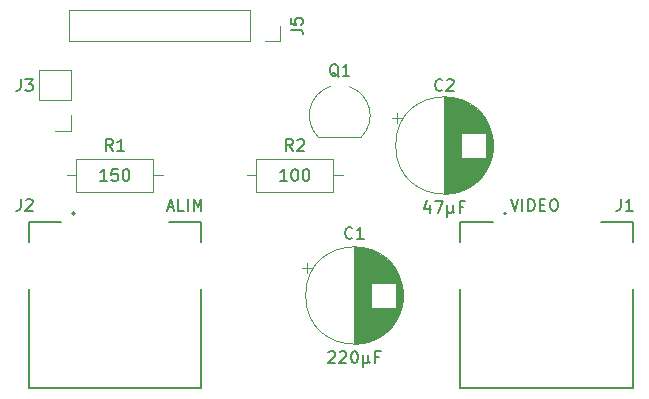
<source format=gbr>
%TF.GenerationSoftware,KiCad,Pcbnew,(6.0.8-1)-1*%
%TF.CreationDate,2022-12-02T23:57:05+01:00*%
%TF.ProjectId,AV_MOD_FAMICOM,41565f4d-4f44-45f4-9641-4d49434f4d2e,rev?*%
%TF.SameCoordinates,Original*%
%TF.FileFunction,Legend,Top*%
%TF.FilePolarity,Positive*%
%FSLAX46Y46*%
G04 Gerber Fmt 4.6, Leading zero omitted, Abs format (unit mm)*
G04 Created by KiCad (PCBNEW (6.0.8-1)-1) date 2022-12-02 23:57:05*
%MOMM*%
%LPD*%
G01*
G04 APERTURE LIST*
%ADD10C,0.150000*%
%ADD11C,0.120000*%
%ADD12C,0.200000*%
G04 APERTURE END LIST*
D10*
X181010119Y-53506666D02*
X181486309Y-53506666D01*
X180914880Y-53792380D02*
X181248214Y-52792380D01*
X181581547Y-53792380D01*
X182391071Y-53792380D02*
X181914880Y-53792380D01*
X181914880Y-52792380D01*
X182724404Y-53792380D02*
X182724404Y-52792380D01*
X183200595Y-53792380D02*
X183200595Y-52792380D01*
X183533928Y-53506666D01*
X183867261Y-52792380D01*
X183867261Y-53792380D01*
X210042380Y-52792380D02*
X210375714Y-53792380D01*
X210709047Y-52792380D01*
X211042380Y-53792380D02*
X211042380Y-52792380D01*
X211518571Y-53792380D02*
X211518571Y-52792380D01*
X211756666Y-52792380D01*
X211899523Y-52840000D01*
X211994761Y-52935238D01*
X212042380Y-53030476D01*
X212090000Y-53220952D01*
X212090000Y-53363809D01*
X212042380Y-53554285D01*
X211994761Y-53649523D01*
X211899523Y-53744761D01*
X211756666Y-53792380D01*
X211518571Y-53792380D01*
X212518571Y-53268571D02*
X212851904Y-53268571D01*
X212994761Y-53792380D02*
X212518571Y-53792380D01*
X212518571Y-52792380D01*
X212994761Y-52792380D01*
X213613809Y-52792380D02*
X213804285Y-52792380D01*
X213899523Y-52840000D01*
X213994761Y-52935238D01*
X214042380Y-53125714D01*
X214042380Y-53459047D01*
X213994761Y-53649523D01*
X213899523Y-53744761D01*
X213804285Y-53792380D01*
X213613809Y-53792380D01*
X213518571Y-53744761D01*
X213423333Y-53649523D01*
X213375714Y-53459047D01*
X213375714Y-53125714D01*
X213423333Y-52935238D01*
X213518571Y-52840000D01*
X213613809Y-52792380D01*
%TO.C,Q1*%
X195484761Y-42467619D02*
X195389523Y-42420000D01*
X195294285Y-42324761D01*
X195151428Y-42181904D01*
X195056190Y-42134285D01*
X194960952Y-42134285D01*
X195008571Y-42372380D02*
X194913333Y-42324761D01*
X194818095Y-42229523D01*
X194770476Y-42039047D01*
X194770476Y-41705714D01*
X194818095Y-41515238D01*
X194913333Y-41420000D01*
X195008571Y-41372380D01*
X195199047Y-41372380D01*
X195294285Y-41420000D01*
X195389523Y-41515238D01*
X195437142Y-41705714D01*
X195437142Y-42039047D01*
X195389523Y-42229523D01*
X195294285Y-42324761D01*
X195199047Y-42372380D01*
X195008571Y-42372380D01*
X196389523Y-42372380D02*
X195818095Y-42372380D01*
X196103809Y-42372380D02*
X196103809Y-41372380D01*
X196008571Y-41515238D01*
X195913333Y-41610476D01*
X195818095Y-41658095D01*
%TO.C,J2*%
X168576666Y-52792380D02*
X168576666Y-53506666D01*
X168529047Y-53649523D01*
X168433809Y-53744761D01*
X168290952Y-53792380D01*
X168195714Y-53792380D01*
X169005238Y-52887619D02*
X169052857Y-52840000D01*
X169148095Y-52792380D01*
X169386190Y-52792380D01*
X169481428Y-52840000D01*
X169529047Y-52887619D01*
X169576666Y-52982857D01*
X169576666Y-53078095D01*
X169529047Y-53220952D01*
X168957619Y-53792380D01*
X169576666Y-53792380D01*
%TO.C,J3*%
X168576666Y-42632380D02*
X168576666Y-43346666D01*
X168529047Y-43489523D01*
X168433809Y-43584761D01*
X168290952Y-43632380D01*
X168195714Y-43632380D01*
X168957619Y-42632380D02*
X169576666Y-42632380D01*
X169243333Y-43013333D01*
X169386190Y-43013333D01*
X169481428Y-43060952D01*
X169529047Y-43108571D01*
X169576666Y-43203809D01*
X169576666Y-43441904D01*
X169529047Y-43537142D01*
X169481428Y-43584761D01*
X169386190Y-43632380D01*
X169100476Y-43632380D01*
X169005238Y-43584761D01*
X168957619Y-43537142D01*
%TO.C,C2*%
X203191904Y-53295714D02*
X203191904Y-53962380D01*
X202953809Y-52914761D02*
X202715714Y-53629047D01*
X203334761Y-53629047D01*
X203620476Y-52962380D02*
X204287142Y-52962380D01*
X203858571Y-53962380D01*
X204668095Y-53295714D02*
X204668095Y-54295714D01*
X205144285Y-53819523D02*
X205191904Y-53914761D01*
X205287142Y-53962380D01*
X204668095Y-53819523D02*
X204715714Y-53914761D01*
X204810952Y-53962380D01*
X205001428Y-53962380D01*
X205096666Y-53914761D01*
X205144285Y-53819523D01*
X205144285Y-53295714D01*
X206049047Y-53438571D02*
X205715714Y-53438571D01*
X205715714Y-53962380D02*
X205715714Y-52962380D01*
X206191904Y-52962380D01*
X204263333Y-43537142D02*
X204215714Y-43584761D01*
X204072857Y-43632380D01*
X203977619Y-43632380D01*
X203834761Y-43584761D01*
X203739523Y-43489523D01*
X203691904Y-43394285D01*
X203644285Y-43203809D01*
X203644285Y-43060952D01*
X203691904Y-42870476D01*
X203739523Y-42775238D01*
X203834761Y-42680000D01*
X203977619Y-42632380D01*
X204072857Y-42632380D01*
X204215714Y-42680000D01*
X204263333Y-42727619D01*
X204644285Y-42727619D02*
X204691904Y-42680000D01*
X204787142Y-42632380D01*
X205025238Y-42632380D01*
X205120476Y-42680000D01*
X205168095Y-42727619D01*
X205215714Y-42822857D01*
X205215714Y-42918095D01*
X205168095Y-43060952D01*
X204596666Y-43632380D01*
X205215714Y-43632380D01*
%TO.C,J1*%
X219376666Y-52792380D02*
X219376666Y-53506666D01*
X219329047Y-53649523D01*
X219233809Y-53744761D01*
X219090952Y-53792380D01*
X218995714Y-53792380D01*
X220376666Y-53792380D02*
X219805238Y-53792380D01*
X220090952Y-53792380D02*
X220090952Y-52792380D01*
X219995714Y-52935238D01*
X219900476Y-53030476D01*
X219805238Y-53078095D01*
%TO.C,R2*%
X191103333Y-51252380D02*
X190531904Y-51252380D01*
X190817619Y-51252380D02*
X190817619Y-50252380D01*
X190722380Y-50395238D01*
X190627142Y-50490476D01*
X190531904Y-50538095D01*
X191722380Y-50252380D02*
X191817619Y-50252380D01*
X191912857Y-50300000D01*
X191960476Y-50347619D01*
X192008095Y-50442857D01*
X192055714Y-50633333D01*
X192055714Y-50871428D01*
X192008095Y-51061904D01*
X191960476Y-51157142D01*
X191912857Y-51204761D01*
X191817619Y-51252380D01*
X191722380Y-51252380D01*
X191627142Y-51204761D01*
X191579523Y-51157142D01*
X191531904Y-51061904D01*
X191484285Y-50871428D01*
X191484285Y-50633333D01*
X191531904Y-50442857D01*
X191579523Y-50347619D01*
X191627142Y-50300000D01*
X191722380Y-50252380D01*
X192674761Y-50252380D02*
X192770000Y-50252380D01*
X192865238Y-50300000D01*
X192912857Y-50347619D01*
X192960476Y-50442857D01*
X193008095Y-50633333D01*
X193008095Y-50871428D01*
X192960476Y-51061904D01*
X192912857Y-51157142D01*
X192865238Y-51204761D01*
X192770000Y-51252380D01*
X192674761Y-51252380D01*
X192579523Y-51204761D01*
X192531904Y-51157142D01*
X192484285Y-51061904D01*
X192436666Y-50871428D01*
X192436666Y-50633333D01*
X192484285Y-50442857D01*
X192531904Y-50347619D01*
X192579523Y-50300000D01*
X192674761Y-50252380D01*
X191603333Y-48712380D02*
X191270000Y-48236190D01*
X191031904Y-48712380D02*
X191031904Y-47712380D01*
X191412857Y-47712380D01*
X191508095Y-47760000D01*
X191555714Y-47807619D01*
X191603333Y-47902857D01*
X191603333Y-48045714D01*
X191555714Y-48140952D01*
X191508095Y-48188571D01*
X191412857Y-48236190D01*
X191031904Y-48236190D01*
X191984285Y-47807619D02*
X192031904Y-47760000D01*
X192127142Y-47712380D01*
X192365238Y-47712380D01*
X192460476Y-47760000D01*
X192508095Y-47807619D01*
X192555714Y-47902857D01*
X192555714Y-47998095D01*
X192508095Y-48140952D01*
X191936666Y-48712380D01*
X192555714Y-48712380D01*
%TO.C,C1*%
X196643333Y-56067142D02*
X196595714Y-56114761D01*
X196452857Y-56162380D01*
X196357619Y-56162380D01*
X196214761Y-56114761D01*
X196119523Y-56019523D01*
X196071904Y-55924285D01*
X196024285Y-55733809D01*
X196024285Y-55590952D01*
X196071904Y-55400476D01*
X196119523Y-55305238D01*
X196214761Y-55210000D01*
X196357619Y-55162380D01*
X196452857Y-55162380D01*
X196595714Y-55210000D01*
X196643333Y-55257619D01*
X197595714Y-56162380D02*
X197024285Y-56162380D01*
X197310000Y-56162380D02*
X197310000Y-55162380D01*
X197214761Y-55305238D01*
X197119523Y-55400476D01*
X197024285Y-55448095D01*
X194619523Y-65757619D02*
X194667142Y-65710000D01*
X194762380Y-65662380D01*
X195000476Y-65662380D01*
X195095714Y-65710000D01*
X195143333Y-65757619D01*
X195190952Y-65852857D01*
X195190952Y-65948095D01*
X195143333Y-66090952D01*
X194571904Y-66662380D01*
X195190952Y-66662380D01*
X195571904Y-65757619D02*
X195619523Y-65710000D01*
X195714761Y-65662380D01*
X195952857Y-65662380D01*
X196048095Y-65710000D01*
X196095714Y-65757619D01*
X196143333Y-65852857D01*
X196143333Y-65948095D01*
X196095714Y-66090952D01*
X195524285Y-66662380D01*
X196143333Y-66662380D01*
X196762380Y-65662380D02*
X196857619Y-65662380D01*
X196952857Y-65710000D01*
X197000476Y-65757619D01*
X197048095Y-65852857D01*
X197095714Y-66043333D01*
X197095714Y-66281428D01*
X197048095Y-66471904D01*
X197000476Y-66567142D01*
X196952857Y-66614761D01*
X196857619Y-66662380D01*
X196762380Y-66662380D01*
X196667142Y-66614761D01*
X196619523Y-66567142D01*
X196571904Y-66471904D01*
X196524285Y-66281428D01*
X196524285Y-66043333D01*
X196571904Y-65852857D01*
X196619523Y-65757619D01*
X196667142Y-65710000D01*
X196762380Y-65662380D01*
X197524285Y-65995714D02*
X197524285Y-66995714D01*
X198000476Y-66519523D02*
X198048095Y-66614761D01*
X198143333Y-66662380D01*
X197524285Y-66519523D02*
X197571904Y-66614761D01*
X197667142Y-66662380D01*
X197857619Y-66662380D01*
X197952857Y-66614761D01*
X198000476Y-66519523D01*
X198000476Y-65995714D01*
X198905238Y-66138571D02*
X198571904Y-66138571D01*
X198571904Y-66662380D02*
X198571904Y-65662380D01*
X199048095Y-65662380D01*
%TO.C,R1*%
X175863333Y-51252380D02*
X175291904Y-51252380D01*
X175577619Y-51252380D02*
X175577619Y-50252380D01*
X175482380Y-50395238D01*
X175387142Y-50490476D01*
X175291904Y-50538095D01*
X176768095Y-50252380D02*
X176291904Y-50252380D01*
X176244285Y-50728571D01*
X176291904Y-50680952D01*
X176387142Y-50633333D01*
X176625238Y-50633333D01*
X176720476Y-50680952D01*
X176768095Y-50728571D01*
X176815714Y-50823809D01*
X176815714Y-51061904D01*
X176768095Y-51157142D01*
X176720476Y-51204761D01*
X176625238Y-51252380D01*
X176387142Y-51252380D01*
X176291904Y-51204761D01*
X176244285Y-51157142D01*
X177434761Y-50252380D02*
X177530000Y-50252380D01*
X177625238Y-50300000D01*
X177672857Y-50347619D01*
X177720476Y-50442857D01*
X177768095Y-50633333D01*
X177768095Y-50871428D01*
X177720476Y-51061904D01*
X177672857Y-51157142D01*
X177625238Y-51204761D01*
X177530000Y-51252380D01*
X177434761Y-51252380D01*
X177339523Y-51204761D01*
X177291904Y-51157142D01*
X177244285Y-51061904D01*
X177196666Y-50871428D01*
X177196666Y-50633333D01*
X177244285Y-50442857D01*
X177291904Y-50347619D01*
X177339523Y-50300000D01*
X177434761Y-50252380D01*
X176363333Y-48712380D02*
X176030000Y-48236190D01*
X175791904Y-48712380D02*
X175791904Y-47712380D01*
X176172857Y-47712380D01*
X176268095Y-47760000D01*
X176315714Y-47807619D01*
X176363333Y-47902857D01*
X176363333Y-48045714D01*
X176315714Y-48140952D01*
X176268095Y-48188571D01*
X176172857Y-48236190D01*
X175791904Y-48236190D01*
X177315714Y-48712380D02*
X176744285Y-48712380D01*
X177030000Y-48712380D02*
X177030000Y-47712380D01*
X176934761Y-47855238D01*
X176839523Y-47950476D01*
X176744285Y-47998095D01*
%TO.C,J5*%
X191432380Y-38458333D02*
X192146666Y-38458333D01*
X192289523Y-38505952D01*
X192384761Y-38601190D01*
X192432380Y-38744047D01*
X192432380Y-38839285D01*
X191432380Y-37505952D02*
X191432380Y-37982142D01*
X191908571Y-38029761D01*
X191860952Y-37982142D01*
X191813333Y-37886904D01*
X191813333Y-37648809D01*
X191860952Y-37553571D01*
X191908571Y-37505952D01*
X192003809Y-37458333D01*
X192241904Y-37458333D01*
X192337142Y-37505952D01*
X192384761Y-37553571D01*
X192432380Y-37648809D01*
X192432380Y-37886904D01*
X192384761Y-37982142D01*
X192337142Y-38029761D01*
D11*
%TO.C,Q1*%
X193780000Y-47570000D02*
X197380000Y-47570000D01*
X197388445Y-47547684D02*
G75*
G03*
X196360000Y-43270000I-1808445J1827684D01*
G01*
X194760000Y-43270000D02*
G75*
G03*
X193768547Y-47562156I820000J-2450000D01*
G01*
D12*
%TO.C,J2*%
X181095000Y-54720000D02*
X183830000Y-54720000D01*
X183830000Y-60430000D02*
X183830000Y-68820000D01*
X169230000Y-56410000D02*
X169230000Y-54720000D01*
X183830000Y-68820000D02*
X169230000Y-68820000D01*
X169230000Y-68820000D02*
X169230000Y-60430000D01*
X169230000Y-54720000D02*
X171965000Y-54720000D01*
X183830000Y-54720000D02*
X183830000Y-56410000D01*
X173130000Y-54020000D02*
G75*
G03*
X173130000Y-54020000I-100000J0D01*
G01*
D11*
%TO.C,J3*%
X172780000Y-47050000D02*
X171450000Y-47050000D01*
X170120000Y-44450000D02*
X170120000Y-41850000D01*
X172780000Y-44450000D02*
X170120000Y-44450000D01*
X172780000Y-45720000D02*
X172780000Y-47050000D01*
X172780000Y-41850000D02*
X170120000Y-41850000D01*
X172780000Y-44450000D02*
X172780000Y-41850000D01*
%TO.C,C2*%
X207311000Y-49300000D02*
X207311000Y-51167000D01*
X207151000Y-45205000D02*
X207151000Y-47220000D01*
X206231000Y-49300000D02*
X206231000Y-51926000D01*
X205391000Y-44293000D02*
X205391000Y-52227000D01*
X206351000Y-44654000D02*
X206351000Y-47220000D01*
X205351000Y-44284000D02*
X205351000Y-52236000D01*
X207871000Y-46032000D02*
X207871000Y-47220000D01*
X206071000Y-44520000D02*
X206071000Y-47220000D01*
X204630000Y-44184000D02*
X204630000Y-52336000D01*
X204710000Y-44189000D02*
X204710000Y-52331000D01*
X208271000Y-46807000D02*
X208271000Y-49713000D01*
X205951000Y-44470000D02*
X205951000Y-47220000D01*
X205951000Y-49300000D02*
X205951000Y-52050000D01*
X206391000Y-44676000D02*
X206391000Y-47220000D01*
X205151000Y-44243000D02*
X205151000Y-52277000D01*
X206311000Y-44633000D02*
X206311000Y-47220000D01*
X207711000Y-45806000D02*
X207711000Y-47220000D01*
X206951000Y-45040000D02*
X206951000Y-47220000D01*
X206391000Y-49300000D02*
X206391000Y-51844000D01*
X206951000Y-49300000D02*
X206951000Y-51480000D01*
X206111000Y-44538000D02*
X206111000Y-47220000D01*
X208311000Y-46914000D02*
X208311000Y-49606000D01*
X207831000Y-45973000D02*
X207831000Y-47220000D01*
X206751000Y-49300000D02*
X206751000Y-51625000D01*
X207951000Y-46158000D02*
X207951000Y-47220000D01*
X205711000Y-44383000D02*
X205711000Y-52137000D01*
X208391000Y-47162000D02*
X208391000Y-49358000D01*
X207351000Y-45393000D02*
X207351000Y-47220000D01*
X206031000Y-44503000D02*
X206031000Y-47220000D01*
X208471000Y-47492000D02*
X208471000Y-49028000D01*
X206231000Y-44594000D02*
X206231000Y-47220000D01*
X205110000Y-44236000D02*
X205110000Y-52284000D01*
X207071000Y-49300000D02*
X207071000Y-51384000D01*
X207191000Y-45241000D02*
X207191000Y-47220000D01*
X206191000Y-49300000D02*
X206191000Y-51946000D01*
X206911000Y-49300000D02*
X206911000Y-51510000D01*
X204990000Y-44218000D02*
X204990000Y-52302000D01*
X207591000Y-45656000D02*
X207591000Y-47220000D01*
X206871000Y-49300000D02*
X206871000Y-51540000D01*
X207711000Y-49300000D02*
X207711000Y-50714000D01*
X206071000Y-49300000D02*
X206071000Y-52000000D01*
X207351000Y-49300000D02*
X207351000Y-51127000D01*
X207471000Y-45519000D02*
X207471000Y-47220000D01*
X205191000Y-44250000D02*
X205191000Y-52270000D01*
X206871000Y-44980000D02*
X206871000Y-47220000D01*
X206431000Y-49300000D02*
X206431000Y-51822000D01*
X207391000Y-45434000D02*
X207391000Y-47220000D01*
X205551000Y-44335000D02*
X205551000Y-52185000D01*
X206551000Y-49300000D02*
X206551000Y-51753000D01*
X206471000Y-49300000D02*
X206471000Y-51800000D01*
X206191000Y-44574000D02*
X206191000Y-47220000D01*
X208071000Y-46370000D02*
X208071000Y-50150000D01*
X205271000Y-44266000D02*
X205271000Y-52254000D01*
X208031000Y-46296000D02*
X208031000Y-50224000D01*
X205311000Y-44275000D02*
X205311000Y-52245000D01*
X207791000Y-49300000D02*
X207791000Y-50605000D01*
X207751000Y-45860000D02*
X207751000Y-47220000D01*
X207671000Y-49300000D02*
X207671000Y-50765000D01*
X205791000Y-44410000D02*
X205791000Y-52110000D01*
X205911000Y-49300000D02*
X205911000Y-52065000D01*
X206351000Y-49300000D02*
X206351000Y-51866000D01*
X205671000Y-44371000D02*
X205671000Y-52149000D01*
X206431000Y-44698000D02*
X206431000Y-47220000D01*
X206831000Y-44951000D02*
X206831000Y-47220000D01*
X205591000Y-44346000D02*
X205591000Y-52174000D01*
X204830000Y-44199000D02*
X204830000Y-52321000D01*
X208111000Y-46447000D02*
X208111000Y-50073000D01*
X206151000Y-49300000D02*
X206151000Y-51964000D01*
X205831000Y-44425000D02*
X205831000Y-52095000D01*
X207551000Y-45609000D02*
X207551000Y-47220000D01*
X200020302Y-45945000D02*
X200820302Y-45945000D01*
X206551000Y-44767000D02*
X206551000Y-47220000D01*
X207231000Y-45277000D02*
X207231000Y-47220000D01*
X205030000Y-44223000D02*
X205030000Y-52297000D01*
X205231000Y-44258000D02*
X205231000Y-52262000D01*
X204590000Y-44183000D02*
X204590000Y-52337000D01*
X207911000Y-46094000D02*
X207911000Y-47220000D01*
X207991000Y-46226000D02*
X207991000Y-50294000D01*
X206631000Y-44816000D02*
X206631000Y-47220000D01*
X206591000Y-44791000D02*
X206591000Y-47220000D01*
X206591000Y-49300000D02*
X206591000Y-51729000D01*
X204550000Y-44181000D02*
X204550000Y-52339000D01*
X204950000Y-44212000D02*
X204950000Y-52308000D01*
X205631000Y-44358000D02*
X205631000Y-52162000D01*
X206711000Y-44868000D02*
X206711000Y-47220000D01*
X207431000Y-45476000D02*
X207431000Y-47220000D01*
X207591000Y-49300000D02*
X207591000Y-50864000D01*
X206671000Y-44842000D02*
X206671000Y-47220000D01*
X207471000Y-49300000D02*
X207471000Y-51001000D01*
X205871000Y-44439000D02*
X205871000Y-52081000D01*
X204670000Y-44186000D02*
X204670000Y-52334000D01*
X207911000Y-49300000D02*
X207911000Y-50426000D01*
X205991000Y-44486000D02*
X205991000Y-47220000D01*
X206991000Y-45071000D02*
X206991000Y-47220000D01*
X207511000Y-45563000D02*
X207511000Y-47220000D01*
X204750000Y-44192000D02*
X204750000Y-52328000D01*
X208191000Y-46615000D02*
X208191000Y-49905000D01*
X206271000Y-44613000D02*
X206271000Y-47220000D01*
X206831000Y-49300000D02*
X206831000Y-51569000D01*
X207111000Y-49300000D02*
X207111000Y-51350000D01*
X206631000Y-49300000D02*
X206631000Y-51704000D01*
X207871000Y-49300000D02*
X207871000Y-50488000D01*
X206791000Y-44922000D02*
X206791000Y-47220000D01*
X205511000Y-44324000D02*
X205511000Y-52196000D01*
X204510000Y-44180000D02*
X204510000Y-52340000D01*
X205751000Y-44397000D02*
X205751000Y-52123000D01*
X206111000Y-49300000D02*
X206111000Y-51982000D01*
X206511000Y-44743000D02*
X206511000Y-47220000D01*
X208511000Y-47727000D02*
X208511000Y-48793000D01*
X204430000Y-44180000D02*
X204430000Y-52340000D01*
X207951000Y-49300000D02*
X207951000Y-50362000D01*
X207231000Y-49300000D02*
X207231000Y-51243000D01*
X206471000Y-44720000D02*
X206471000Y-47220000D01*
X204470000Y-44180000D02*
X204470000Y-52340000D01*
X207551000Y-49300000D02*
X207551000Y-50911000D01*
X206031000Y-49300000D02*
X206031000Y-52017000D01*
X207671000Y-45755000D02*
X207671000Y-47220000D01*
X207511000Y-49300000D02*
X207511000Y-50957000D01*
X207631000Y-45704000D02*
X207631000Y-47220000D01*
X206511000Y-49300000D02*
X206511000Y-51777000D01*
X207071000Y-45136000D02*
X207071000Y-47220000D01*
X206151000Y-44556000D02*
X206151000Y-47220000D01*
X208151000Y-46529000D02*
X208151000Y-49991000D01*
X206751000Y-44895000D02*
X206751000Y-47220000D01*
X200420302Y-45545000D02*
X200420302Y-46345000D01*
X205991000Y-49300000D02*
X205991000Y-52034000D01*
X207631000Y-49300000D02*
X207631000Y-50816000D01*
X205431000Y-44303000D02*
X205431000Y-52217000D01*
X208351000Y-47031000D02*
X208351000Y-49489000D01*
X206911000Y-45010000D02*
X206911000Y-47220000D01*
X207271000Y-49300000D02*
X207271000Y-51205000D01*
X207271000Y-45315000D02*
X207271000Y-47220000D01*
X205471000Y-44313000D02*
X205471000Y-52207000D01*
X206791000Y-49300000D02*
X206791000Y-51598000D01*
X205911000Y-44455000D02*
X205911000Y-47220000D01*
X206671000Y-49300000D02*
X206671000Y-51678000D01*
X206311000Y-49300000D02*
X206311000Y-51887000D01*
X207831000Y-49300000D02*
X207831000Y-50547000D01*
X207151000Y-49300000D02*
X207151000Y-51315000D01*
X204870000Y-44203000D02*
X204870000Y-52317000D01*
X207431000Y-49300000D02*
X207431000Y-51044000D01*
X206271000Y-49300000D02*
X206271000Y-51907000D01*
X205070000Y-44230000D02*
X205070000Y-52290000D01*
X204790000Y-44195000D02*
X204790000Y-52325000D01*
X207311000Y-45353000D02*
X207311000Y-47220000D01*
X204910000Y-44208000D02*
X204910000Y-52312000D01*
X207191000Y-49300000D02*
X207191000Y-51279000D01*
X208431000Y-47312000D02*
X208431000Y-49208000D01*
X206991000Y-49300000D02*
X206991000Y-51449000D01*
X206711000Y-49300000D02*
X206711000Y-51652000D01*
X207391000Y-49300000D02*
X207391000Y-51086000D01*
X207111000Y-45170000D02*
X207111000Y-47220000D01*
X207791000Y-45915000D02*
X207791000Y-47220000D01*
X207031000Y-49300000D02*
X207031000Y-51416000D01*
X208231000Y-46708000D02*
X208231000Y-49812000D01*
X207031000Y-45104000D02*
X207031000Y-47220000D01*
X207751000Y-49300000D02*
X207751000Y-50660000D01*
X208550000Y-48260000D02*
G75*
G03*
X208550000Y-48260000I-4120000J0D01*
G01*
D12*
%TO.C,J1*%
X217655000Y-54720000D02*
X220390000Y-54720000D01*
X220390000Y-54720000D02*
X220390000Y-56410000D01*
X220390000Y-60430000D02*
X220390000Y-68820000D01*
X205790000Y-68820000D02*
X205790000Y-60430000D01*
X205790000Y-56410000D02*
X205790000Y-54720000D01*
X220390000Y-68820000D02*
X205790000Y-68820000D01*
X205790000Y-54720000D02*
X208525000Y-54720000D01*
X209690000Y-54020000D02*
G75*
G03*
X209690000Y-54020000I-100000J0D01*
G01*
D11*
%TO.C,R2*%
X195040000Y-49430000D02*
X188500000Y-49430000D01*
X195810000Y-50800000D02*
X195040000Y-50800000D01*
X188500000Y-49430000D02*
X188500000Y-52170000D01*
X187730000Y-50800000D02*
X188500000Y-50800000D01*
X188500000Y-52170000D02*
X195040000Y-52170000D01*
X195040000Y-52170000D02*
X195040000Y-49430000D01*
%TO.C,C1*%
X200291000Y-58794000D02*
X200291000Y-59920000D01*
X198731000Y-62000000D02*
X198731000Y-64566000D01*
X198691000Y-62000000D02*
X198691000Y-64587000D01*
X200731000Y-59731000D02*
X200731000Y-62189000D01*
X199371000Y-57771000D02*
X199371000Y-59920000D01*
X197891000Y-57024000D02*
X197891000Y-64896000D01*
X197731000Y-56984000D02*
X197731000Y-64936000D01*
X197010000Y-56884000D02*
X197010000Y-65036000D01*
X199651000Y-62000000D02*
X199651000Y-63905000D01*
X200811000Y-60012000D02*
X200811000Y-61908000D01*
X200251000Y-62000000D02*
X200251000Y-63188000D01*
X200851000Y-60192000D02*
X200851000Y-61728000D01*
X200451000Y-59070000D02*
X200451000Y-62850000D01*
X197410000Y-56923000D02*
X197410000Y-64997000D01*
X200091000Y-58506000D02*
X200091000Y-59920000D01*
X198331000Y-57170000D02*
X198331000Y-59920000D01*
X199051000Y-62000000D02*
X199051000Y-64378000D01*
X197210000Y-56899000D02*
X197210000Y-65021000D01*
X196970000Y-56883000D02*
X196970000Y-65037000D01*
X199931000Y-62000000D02*
X199931000Y-63611000D01*
X200211000Y-58673000D02*
X200211000Y-59920000D01*
X200891000Y-60427000D02*
X200891000Y-61493000D01*
X199531000Y-62000000D02*
X199531000Y-64015000D01*
X200251000Y-58732000D02*
X200251000Y-59920000D01*
X199691000Y-62000000D02*
X199691000Y-63867000D01*
X192800302Y-58245000D02*
X192800302Y-59045000D01*
X199051000Y-57542000D02*
X199051000Y-59920000D01*
X200051000Y-58455000D02*
X200051000Y-59920000D01*
X199451000Y-62000000D02*
X199451000Y-64084000D01*
X199611000Y-62000000D02*
X199611000Y-63943000D01*
X198051000Y-57071000D02*
X198051000Y-64849000D01*
X199851000Y-58219000D02*
X199851000Y-59920000D01*
X199331000Y-62000000D02*
X199331000Y-64180000D01*
X199131000Y-62000000D02*
X199131000Y-64325000D01*
X198571000Y-57274000D02*
X198571000Y-59920000D01*
X200131000Y-62000000D02*
X200131000Y-63360000D01*
X198451000Y-62000000D02*
X198451000Y-64700000D01*
X200531000Y-59229000D02*
X200531000Y-62691000D01*
X199011000Y-57516000D02*
X199011000Y-59920000D01*
X197851000Y-57013000D02*
X197851000Y-64907000D01*
X199651000Y-58015000D02*
X199651000Y-59920000D01*
X198571000Y-62000000D02*
X198571000Y-64646000D01*
X197490000Y-56936000D02*
X197490000Y-64984000D01*
X197090000Y-56889000D02*
X197090000Y-65031000D01*
X198531000Y-57256000D02*
X198531000Y-59920000D01*
X197691000Y-56975000D02*
X197691000Y-64945000D01*
X199251000Y-57680000D02*
X199251000Y-59920000D01*
X199971000Y-62000000D02*
X199971000Y-63564000D01*
X200411000Y-58996000D02*
X200411000Y-62924000D01*
X198491000Y-62000000D02*
X198491000Y-64682000D01*
X199571000Y-57941000D02*
X199571000Y-59920000D01*
X199731000Y-62000000D02*
X199731000Y-63827000D01*
X198411000Y-57203000D02*
X198411000Y-59920000D01*
X196810000Y-56880000D02*
X196810000Y-65040000D01*
X197290000Y-56908000D02*
X197290000Y-65012000D01*
X197170000Y-56895000D02*
X197170000Y-65025000D01*
X200371000Y-58926000D02*
X200371000Y-62994000D01*
X198891000Y-57443000D02*
X198891000Y-59920000D01*
X198331000Y-62000000D02*
X198331000Y-64750000D01*
X197811000Y-57003000D02*
X197811000Y-64917000D01*
X199491000Y-57870000D02*
X199491000Y-59920000D01*
X197651000Y-56966000D02*
X197651000Y-64954000D01*
X199251000Y-62000000D02*
X199251000Y-64240000D01*
X198851000Y-57420000D02*
X198851000Y-59920000D01*
X199531000Y-57905000D02*
X199531000Y-59920000D01*
X199211000Y-62000000D02*
X199211000Y-64269000D01*
X200171000Y-62000000D02*
X200171000Y-63305000D01*
X199771000Y-58134000D02*
X199771000Y-59920000D01*
X198291000Y-57155000D02*
X198291000Y-59920000D01*
X199091000Y-57568000D02*
X199091000Y-59920000D01*
X200571000Y-59315000D02*
X200571000Y-62605000D01*
X197330000Y-56912000D02*
X197330000Y-65008000D01*
X197611000Y-56958000D02*
X197611000Y-64962000D01*
X198131000Y-57097000D02*
X198131000Y-64823000D01*
X199291000Y-62000000D02*
X199291000Y-64210000D01*
X196930000Y-56881000D02*
X196930000Y-65039000D01*
X199811000Y-58176000D02*
X199811000Y-59920000D01*
X197531000Y-56943000D02*
X197531000Y-64977000D01*
X192400302Y-58645000D02*
X193200302Y-58645000D01*
X199171000Y-57622000D02*
X199171000Y-59920000D01*
X198811000Y-62000000D02*
X198811000Y-64522000D01*
X198531000Y-62000000D02*
X198531000Y-64664000D01*
X198611000Y-57294000D02*
X198611000Y-59920000D01*
X197971000Y-57046000D02*
X197971000Y-64874000D01*
X199971000Y-58356000D02*
X199971000Y-59920000D01*
X198931000Y-62000000D02*
X198931000Y-64453000D01*
X197571000Y-56950000D02*
X197571000Y-64970000D01*
X199811000Y-62000000D02*
X199811000Y-63744000D01*
X200011000Y-62000000D02*
X200011000Y-63516000D01*
X198731000Y-57354000D02*
X198731000Y-59920000D01*
X198771000Y-62000000D02*
X198771000Y-64544000D01*
X199331000Y-57740000D02*
X199331000Y-59920000D01*
X198651000Y-62000000D02*
X198651000Y-64607000D01*
X199291000Y-57710000D02*
X199291000Y-59920000D01*
X198091000Y-57083000D02*
X198091000Y-64837000D01*
X199091000Y-62000000D02*
X199091000Y-64352000D01*
X200051000Y-62000000D02*
X200051000Y-63465000D01*
X199171000Y-62000000D02*
X199171000Y-64298000D01*
X200291000Y-62000000D02*
X200291000Y-63126000D01*
X200691000Y-59614000D02*
X200691000Y-62306000D01*
X200091000Y-62000000D02*
X200091000Y-63414000D01*
X199931000Y-58309000D02*
X199931000Y-59920000D01*
X200771000Y-59862000D02*
X200771000Y-62058000D01*
X198891000Y-62000000D02*
X198891000Y-64477000D01*
X199691000Y-58053000D02*
X199691000Y-59920000D01*
X200011000Y-58404000D02*
X200011000Y-59920000D01*
X197370000Y-56918000D02*
X197370000Y-65002000D01*
X197771000Y-56993000D02*
X197771000Y-64927000D01*
X198971000Y-57491000D02*
X198971000Y-59920000D01*
X198251000Y-57139000D02*
X198251000Y-64781000D01*
X196890000Y-56880000D02*
X196890000Y-65040000D01*
X197250000Y-56903000D02*
X197250000Y-65017000D01*
X199611000Y-57977000D02*
X199611000Y-59920000D01*
X200651000Y-59507000D02*
X200651000Y-62413000D01*
X199891000Y-58263000D02*
X199891000Y-59920000D01*
X199131000Y-57595000D02*
X199131000Y-59920000D01*
X198211000Y-57125000D02*
X198211000Y-64795000D01*
X197931000Y-57035000D02*
X197931000Y-64885000D01*
X199411000Y-57804000D02*
X199411000Y-59920000D01*
X199011000Y-62000000D02*
X199011000Y-64404000D01*
X200611000Y-59408000D02*
X200611000Y-62512000D01*
X199451000Y-57836000D02*
X199451000Y-59920000D01*
X198691000Y-57333000D02*
X198691000Y-59920000D01*
X198811000Y-57398000D02*
X198811000Y-59920000D01*
X198011000Y-57058000D02*
X198011000Y-64862000D01*
X198931000Y-57467000D02*
X198931000Y-59920000D01*
X198491000Y-57238000D02*
X198491000Y-59920000D01*
X198451000Y-57220000D02*
X198451000Y-59920000D01*
X199731000Y-58093000D02*
X199731000Y-59920000D01*
X198171000Y-57110000D02*
X198171000Y-64810000D01*
X197450000Y-56930000D02*
X197450000Y-64990000D01*
X199491000Y-62000000D02*
X199491000Y-64050000D01*
X198371000Y-57186000D02*
X198371000Y-59920000D01*
X199891000Y-62000000D02*
X199891000Y-63657000D01*
X200331000Y-58858000D02*
X200331000Y-59920000D01*
X197050000Y-56886000D02*
X197050000Y-65034000D01*
X200131000Y-58560000D02*
X200131000Y-59920000D01*
X199411000Y-62000000D02*
X199411000Y-64116000D01*
X198971000Y-62000000D02*
X198971000Y-64429000D01*
X199211000Y-57651000D02*
X199211000Y-59920000D01*
X198371000Y-62000000D02*
X198371000Y-64734000D01*
X199371000Y-62000000D02*
X199371000Y-64149000D01*
X198771000Y-57376000D02*
X198771000Y-59920000D01*
X200211000Y-62000000D02*
X200211000Y-63247000D01*
X198651000Y-57313000D02*
X198651000Y-59920000D01*
X198411000Y-62000000D02*
X198411000Y-64717000D01*
X200331000Y-62000000D02*
X200331000Y-63062000D01*
X199851000Y-62000000D02*
X199851000Y-63701000D01*
X197130000Y-56892000D02*
X197130000Y-65028000D01*
X200491000Y-59147000D02*
X200491000Y-62773000D01*
X196850000Y-56880000D02*
X196850000Y-65040000D01*
X199771000Y-62000000D02*
X199771000Y-63786000D01*
X198611000Y-62000000D02*
X198611000Y-64626000D01*
X200171000Y-58615000D02*
X200171000Y-59920000D01*
X199571000Y-62000000D02*
X199571000Y-63979000D01*
X198291000Y-62000000D02*
X198291000Y-64765000D01*
X198851000Y-62000000D02*
X198851000Y-64500000D01*
X200930000Y-60960000D02*
G75*
G03*
X200930000Y-60960000I-4120000J0D01*
G01*
%TO.C,R1*%
X173260000Y-49430000D02*
X173260000Y-52170000D01*
X179800000Y-52170000D02*
X179800000Y-49430000D01*
X172490000Y-50800000D02*
X173260000Y-50800000D01*
X173260000Y-52170000D02*
X179800000Y-52170000D01*
X180570000Y-50800000D02*
X179800000Y-50800000D01*
X179800000Y-49430000D02*
X173260000Y-49430000D01*
%TO.C,J5*%
X172640000Y-36795000D02*
X172640000Y-39455000D01*
X187940000Y-36795000D02*
X187940000Y-39455000D01*
X187940000Y-36795000D02*
X172640000Y-36795000D01*
X190540000Y-39455000D02*
X189210000Y-39455000D01*
X187940000Y-39455000D02*
X172640000Y-39455000D01*
X190540000Y-38125000D02*
X190540000Y-39455000D01*
%TD*%
M02*

</source>
